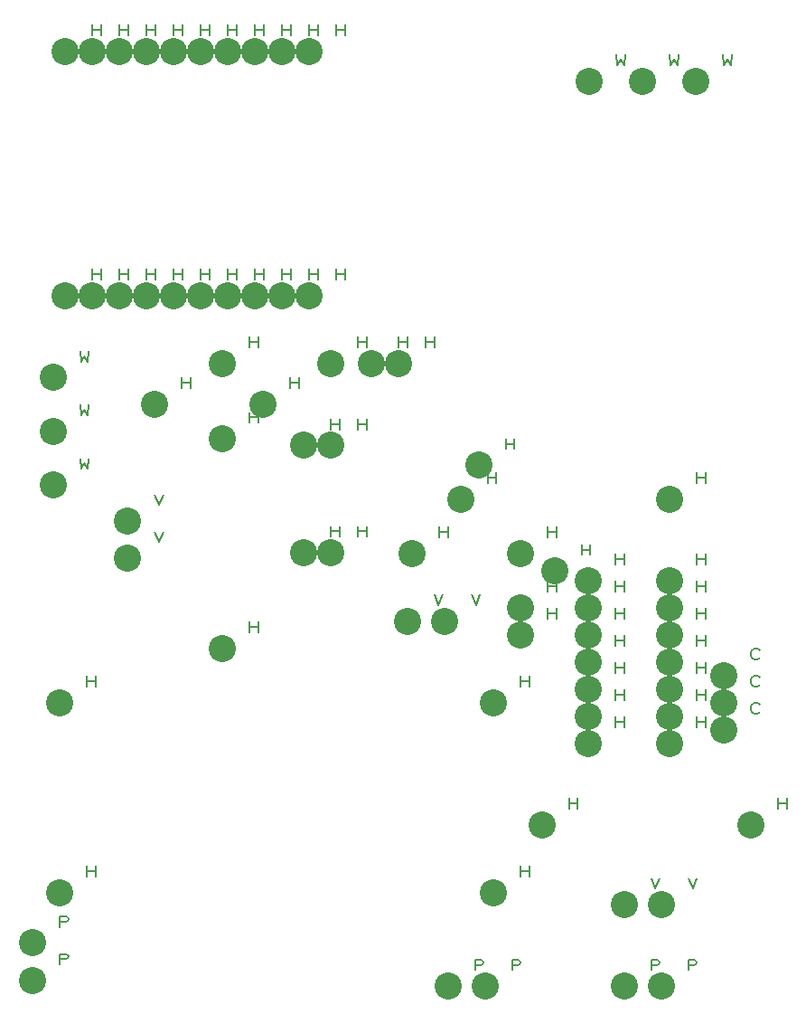
<source format=gbr>
%FSLAX35Y35*%
%MOMM*%
G04 EasyPC Gerber Version 18.0.9 Build 3640 *
%ADD24C,0.12700*%
%ADD23C,2.54000*%
X0Y0D02*
D02*
D23*
X1416050Y580650D03*
Y930650D03*
X1606550Y5221350D03*
Y5721350D03*
Y6221350D03*
X1670050Y1403350D03*
Y3181350D03*
X1720850Y6991350D03*
Y9277350D03*
X1974850Y6991350D03*
Y9277350D03*
X2228850Y6991350D03*
Y9277350D03*
X2305050Y4530350D03*
Y4880350D03*
X2482850Y6991350D03*
Y9277350D03*
X2559050Y5975350D03*
X2736850Y6991350D03*
Y9277350D03*
X2990850Y6991350D03*
Y9277350D03*
X3194050Y3689350D03*
Y5650230D03*
Y6356350D03*
X3244850Y6991350D03*
Y9277350D03*
X3498850Y6991350D03*
Y9277350D03*
X3575050Y5975350D03*
X3752850Y6991350D03*
Y9277350D03*
X3956050Y4586350D03*
Y5586350D03*
X4006850Y6991350D03*
Y9277350D03*
X4210050Y4586350D03*
Y5586350D03*
Y6356350D03*
X4591050D03*
X4845050D03*
X4924050Y3943350D03*
X4972050Y4578350D03*
X5274050Y3943350D03*
X5305050Y527050D03*
X5424170Y5086350D03*
X5594350Y5403850D03*
X5655050Y527050D03*
X5734050Y1403350D03*
Y3181350D03*
X5988050Y3816350D03*
Y4070350D03*
Y4578350D03*
X6186170Y2038350D03*
X6305550Y4413250D03*
X6623050Y2800350D03*
Y3054350D03*
Y3308350D03*
Y3562350D03*
Y3816350D03*
Y4070350D03*
Y4324350D03*
X6631050Y8997950D03*
X6956050Y527050D03*
Y1289050D03*
X7131050Y8997950D03*
X7306050Y527050D03*
Y1289050D03*
X7385050Y2800350D03*
Y3054350D03*
Y3308350D03*
Y3562350D03*
Y3816350D03*
Y4070350D03*
Y4324350D03*
Y5086350D03*
X7631050Y8997950D03*
X7893050Y2927350D03*
Y3181350D03*
Y3435350D03*
X8147050Y2038350D03*
D02*
D24*
X1670050Y731460D02*
Y826710D01*
X1725610*
X1741490Y818780*
X1749430Y802900*
X1741490Y787030*
X1725610Y779090*
X1670050*
Y1081460D02*
Y1176710D01*
X1725610*
X1741490Y1168780*
X1749430Y1152900*
X1741490Y1137030*
X1725610Y1129090*
X1670050*
X1860550Y5467410D02*
X1868490Y5372160D01*
X1900240Y5419790*
X1931990Y5372160*
X1939930Y5467410*
X1860550Y5967410D02*
X1868490Y5872160D01*
X1900240Y5919790*
X1931990Y5872160*
X1939930Y5967410*
X1860550Y6467410D02*
X1868490Y6372160D01*
X1900240Y6419790*
X1931990Y6372160*
X1939930Y6467410*
X1924050Y1554160D02*
Y1649410D01*
Y1601790D02*
X2003430D01*
Y1554160D02*
Y1649410D01*
X1924050Y3332160D02*
Y3427410D01*
Y3379790D02*
X2003430D01*
Y3332160D02*
Y3427410D01*
X1974850Y7142160D02*
Y7237410D01*
Y7189790D02*
X2054230D01*
Y7142160D02*
Y7237410D01*
X1974850Y9428160D02*
Y9523410D01*
Y9475790D02*
X2054230D01*
Y9428160D02*
Y9523410D01*
X2228850Y7142160D02*
Y7237410D01*
Y7189790D02*
X2308230D01*
Y7142160D02*
Y7237410D01*
X2228850Y9428160D02*
Y9523410D01*
Y9475790D02*
X2308230D01*
Y9428160D02*
Y9523410D01*
X2482850Y7142160D02*
Y7237410D01*
Y7189790D02*
X2562230D01*
Y7142160D02*
Y7237410D01*
X2482850Y9428160D02*
Y9523410D01*
Y9475790D02*
X2562230D01*
Y9428160D02*
Y9523410D01*
X2559050Y4776410D02*
X2598740Y4681160D01*
X2638430Y4776410*
X2559050Y5126410D02*
X2598740Y5031160D01*
X2638430Y5126410*
X2736850Y7142160D02*
Y7237410D01*
Y7189790D02*
X2816230D01*
Y7142160D02*
Y7237410D01*
X2736850Y9428160D02*
Y9523410D01*
Y9475790D02*
X2816230D01*
Y9428160D02*
Y9523410D01*
X2813050Y6126160D02*
Y6221410D01*
Y6173790D02*
X2892430D01*
Y6126160D02*
Y6221410D01*
X2990850Y7142160D02*
Y7237410D01*
Y7189790D02*
X3070230D01*
Y7142160D02*
Y7237410D01*
X2990850Y9428160D02*
Y9523410D01*
Y9475790D02*
X3070230D01*
Y9428160D02*
Y9523410D01*
X3244850Y7142160D02*
Y7237410D01*
Y7189790D02*
X3324230D01*
Y7142160D02*
Y7237410D01*
X3244850Y9428160D02*
Y9523410D01*
Y9475790D02*
X3324230D01*
Y9428160D02*
Y9523410D01*
X3448050Y3840160D02*
Y3935410D01*
Y3887790D02*
X3527430D01*
Y3840160D02*
Y3935410D01*
X3448050Y5801040D02*
Y5896290D01*
Y5848670D02*
X3527430D01*
Y5801040D02*
Y5896290D01*
X3448050Y6507160D02*
Y6602410D01*
Y6554790D02*
X3527430D01*
Y6507160D02*
Y6602410D01*
X3498850Y7142160D02*
Y7237410D01*
Y7189790D02*
X3578230D01*
Y7142160D02*
Y7237410D01*
X3498850Y9428160D02*
Y9523410D01*
Y9475790D02*
X3578230D01*
Y9428160D02*
Y9523410D01*
X3752850Y7142160D02*
Y7237410D01*
Y7189790D02*
X3832230D01*
Y7142160D02*
Y7237410D01*
X3752850Y9428160D02*
Y9523410D01*
Y9475790D02*
X3832230D01*
Y9428160D02*
Y9523410D01*
X3829050Y6126160D02*
Y6221410D01*
Y6173790D02*
X3908430D01*
Y6126160D02*
Y6221410D01*
X4006850Y7142160D02*
Y7237410D01*
Y7189790D02*
X4086230D01*
Y7142160D02*
Y7237410D01*
X4006850Y9428160D02*
Y9523410D01*
Y9475790D02*
X4086230D01*
Y9428160D02*
Y9523410D01*
X4210050Y4737160D02*
Y4832410D01*
Y4784790D02*
X4289430D01*
Y4737160D02*
Y4832410D01*
X4210050Y5737160D02*
Y5832410D01*
Y5784790D02*
X4289430D01*
Y5737160D02*
Y5832410D01*
X4260850Y7142160D02*
Y7237410D01*
Y7189790D02*
X4340230D01*
Y7142160D02*
Y7237410D01*
X4260850Y9428160D02*
Y9523410D01*
Y9475790D02*
X4340230D01*
Y9428160D02*
Y9523410D01*
X4464050Y4737160D02*
Y4832410D01*
Y4784790D02*
X4543430D01*
Y4737160D02*
Y4832410D01*
X4464050Y5737160D02*
Y5832410D01*
Y5784790D02*
X4543430D01*
Y5737160D02*
Y5832410D01*
X4464050Y6507160D02*
Y6602410D01*
Y6554790D02*
X4543430D01*
Y6507160D02*
Y6602410D01*
X4845050Y6507160D02*
Y6602410D01*
Y6554790D02*
X4924430D01*
Y6507160D02*
Y6602410D01*
X5099050Y6507160D02*
Y6602410D01*
Y6554790D02*
X5178430D01*
Y6507160D02*
Y6602410D01*
X5178050Y4189410D02*
X5217740Y4094160D01*
X5257430Y4189410*
X5226050Y4729160D02*
Y4824410D01*
Y4776790D02*
X5305430D01*
Y4729160D02*
Y4824410D01*
X5528050Y4189410D02*
X5567740Y4094160D01*
X5607430Y4189410*
X5559050Y677860D02*
Y773110D01*
X5614610*
X5630490Y765180*
X5638430Y749300*
X5630490Y733430*
X5614610Y725490*
X5559050*
X5678170Y5237160D02*
Y5332410D01*
Y5284790D02*
X5757550D01*
Y5237160D02*
Y5332410D01*
X5848350Y5554660D02*
Y5649910D01*
Y5602290D02*
X5927730D01*
Y5554660D02*
Y5649910D01*
X5909050Y677860D02*
Y773110D01*
X5964610*
X5980490Y765180*
X5988430Y749300*
X5980490Y733430*
X5964610Y725490*
X5909050*
X5988050Y1554160D02*
Y1649410D01*
Y1601790D02*
X6067430D01*
Y1554160D02*
Y1649410D01*
X5988050Y3332160D02*
Y3427410D01*
Y3379790D02*
X6067430D01*
Y3332160D02*
Y3427410D01*
X6242050Y3967160D02*
Y4062410D01*
Y4014790D02*
X6321430D01*
Y3967160D02*
Y4062410D01*
X6242050Y4221160D02*
Y4316410D01*
Y4268790D02*
X6321430D01*
Y4221160D02*
Y4316410D01*
X6242050Y4729160D02*
Y4824410D01*
Y4776790D02*
X6321430D01*
Y4729160D02*
Y4824410D01*
X6440170Y2189160D02*
Y2284410D01*
Y2236790D02*
X6519550D01*
Y2189160D02*
Y2284410D01*
X6559550Y4564060D02*
Y4659310D01*
Y4611690D02*
X6638930D01*
Y4564060D02*
Y4659310D01*
X6877050Y2951160D02*
Y3046410D01*
Y2998790D02*
X6956430D01*
Y2951160D02*
Y3046410D01*
X6877050Y3205160D02*
Y3300410D01*
Y3252790D02*
X6956430D01*
Y3205160D02*
Y3300410D01*
X6877050Y3459160D02*
Y3554410D01*
Y3506790D02*
X6956430D01*
Y3459160D02*
Y3554410D01*
X6877050Y3713160D02*
Y3808410D01*
Y3760790D02*
X6956430D01*
Y3713160D02*
Y3808410D01*
X6877050Y3967160D02*
Y4062410D01*
Y4014790D02*
X6956430D01*
Y3967160D02*
Y4062410D01*
X6877050Y4221160D02*
Y4316410D01*
Y4268790D02*
X6956430D01*
Y4221160D02*
Y4316410D01*
X6877050Y4475160D02*
Y4570410D01*
Y4522790D02*
X6956430D01*
Y4475160D02*
Y4570410D01*
X6885050Y9244010D02*
X6892990Y9148760D01*
X6924740Y9196390*
X6956490Y9148760*
X6964430Y9244010*
X7210050Y677860D02*
Y773110D01*
X7265610*
X7281490Y765180*
X7289430Y749300*
X7281490Y733430*
X7265610Y725490*
X7210050*
Y1535110D02*
X7249740Y1439860D01*
X7289430Y1535110*
X7385050Y9244010D02*
X7392990Y9148760D01*
X7424740Y9196390*
X7456490Y9148760*
X7464430Y9244010*
X7560050Y677860D02*
Y773110D01*
X7615610*
X7631490Y765180*
X7639430Y749300*
X7631490Y733430*
X7615610Y725490*
X7560050*
Y1535110D02*
X7599740Y1439860D01*
X7639430Y1535110*
X7639050Y2951160D02*
Y3046410D01*
Y2998790D02*
X7718430D01*
Y2951160D02*
Y3046410D01*
X7639050Y3205160D02*
Y3300410D01*
Y3252790D02*
X7718430D01*
Y3205160D02*
Y3300410D01*
X7639050Y3459160D02*
Y3554410D01*
Y3506790D02*
X7718430D01*
Y3459160D02*
Y3554410D01*
X7639050Y3713160D02*
Y3808410D01*
Y3760790D02*
X7718430D01*
Y3713160D02*
Y3808410D01*
X7639050Y3967160D02*
Y4062410D01*
Y4014790D02*
X7718430D01*
Y3967160D02*
Y4062410D01*
X7639050Y4221160D02*
Y4316410D01*
Y4268790D02*
X7718430D01*
Y4221160D02*
Y4316410D01*
X7639050Y4475160D02*
Y4570410D01*
Y4522790D02*
X7718430D01*
Y4475160D02*
Y4570410D01*
X7639050Y5237160D02*
Y5332410D01*
Y5284790D02*
X7718430D01*
Y5237160D02*
Y5332410D01*
X7885050Y9244010D02*
X7892990Y9148760D01*
X7924740Y9196390*
X7956490Y9148760*
X7964430Y9244010*
X8226430Y3094040D02*
X8218490Y3086100D01*
X8202610Y3078160*
X8178800*
X8162930Y3086100*
X8154990Y3094040*
X8147050Y3109910*
Y3141660*
X8154990Y3157540*
X8162930Y3165480*
X8178800Y3173410*
X8202610*
X8218490Y3165480*
X8226430Y3157540*
Y3348040D02*
X8218490Y3340100D01*
X8202610Y3332160*
X8178800*
X8162930Y3340100*
X8154990Y3348040*
X8147050Y3363910*
Y3395660*
X8154990Y3411540*
X8162930Y3419480*
X8178800Y3427410*
X8202610*
X8218490Y3419480*
X8226430Y3411540*
Y3602040D02*
X8218490Y3594100D01*
X8202610Y3586160*
X8178800*
X8162930Y3594100*
X8154990Y3602040*
X8147050Y3617910*
Y3649660*
X8154990Y3665540*
X8162930Y3673480*
X8178800Y3681410*
X8202610*
X8218490Y3673480*
X8226430Y3665540*
X8401050Y2189160D02*
Y2284410D01*
Y2236790D02*
X8480430D01*
Y2189160D02*
Y2284410D01*
X0Y0D02*
M02*

</source>
